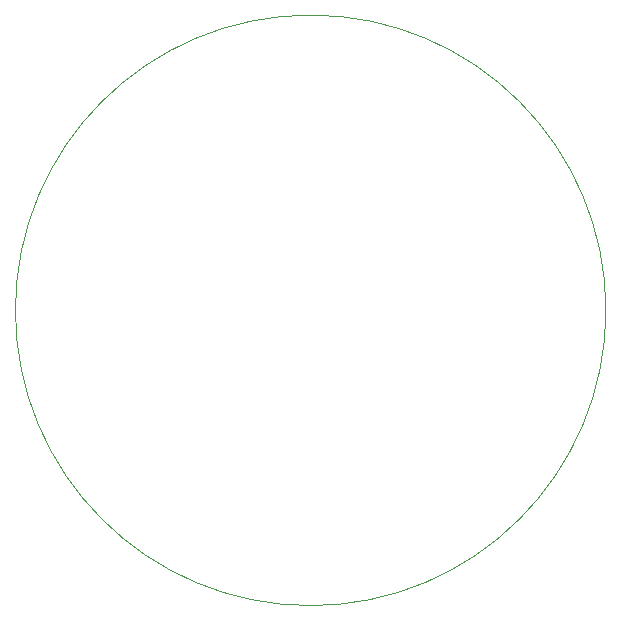
<source format=gm1>
%TF.GenerationSoftware,KiCad,Pcbnew,8.0.8*%
%TF.CreationDate,2025-02-15T12:23:45-06:00*%
%TF.ProjectId,obverse,6f627665-7273-4652-9e6b-696361645f70,rev?*%
%TF.SameCoordinates,Original*%
%TF.FileFunction,Profile,NP*%
%FSLAX46Y46*%
G04 Gerber Fmt 4.6, Leading zero omitted, Abs format (unit mm)*
G04 Created by KiCad (PCBNEW 8.0.8) date 2025-02-15 12:23:45*
%MOMM*%
%LPD*%
G01*
G04 APERTURE LIST*
%TA.AperFunction,Profile*%
%ADD10C,0.100000*%
%TD*%
G04 APERTURE END LIST*
D10*
X175000000Y-100000000D02*
G75*
G02*
X125000000Y-100000000I-25000000J0D01*
G01*
X125000000Y-100000000D02*
G75*
G02*
X175000000Y-100000000I25000000J0D01*
G01*
M02*

</source>
